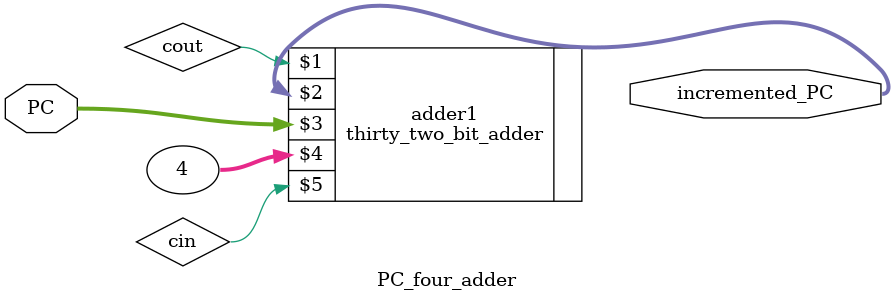
<source format=v>
module PC_four_adder(input [31:0] PC, output [31:0] incremented_PC);

wire cin;
wire cout;

thirty_two_bit_adder adder1(cout, incremented_PC[31:0], PC[31:0], 32'b00000000000000000000000000000100,cin);


endmodule

</source>
